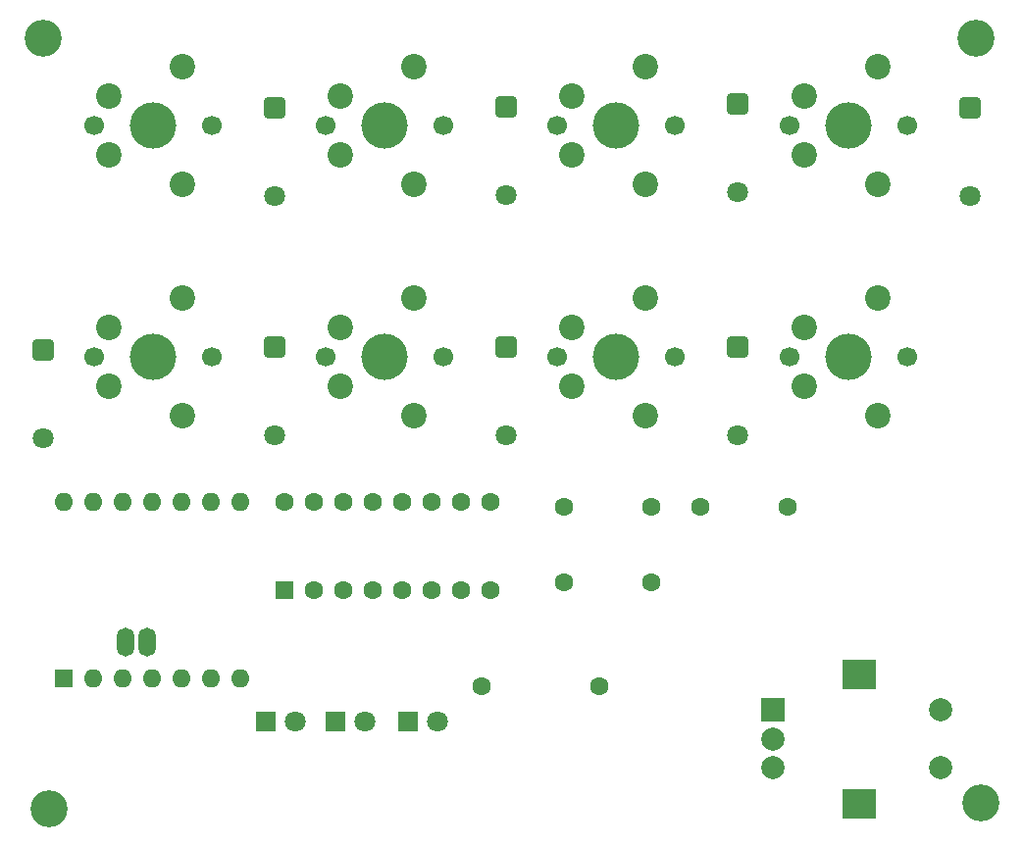
<source format=gbr>
%TF.GenerationSoftware,KiCad,Pcbnew,9.0.7*%
%TF.CreationDate,2026-02-09T02:17:27+09:00*%
%TF.ProjectId,LEFT_Parade,4c454654-5f50-4617-9261-64652e6b6963,rev?*%
%TF.SameCoordinates,Original*%
%TF.FileFunction,Soldermask,Bot*%
%TF.FilePolarity,Negative*%
%FSLAX46Y46*%
G04 Gerber Fmt 4.6, Leading zero omitted, Abs format (unit mm)*
G04 Created by KiCad (PCBNEW 9.0.7) date 2026-02-09 02:17:27*
%MOMM*%
%LPD*%
G01*
G04 APERTURE LIST*
G04 Aperture macros list*
%AMRoundRect*
0 Rectangle with rounded corners*
0 $1 Rounding radius*
0 $2 $3 $4 $5 $6 $7 $8 $9 X,Y pos of 4 corners*
0 Add a 4 corners polygon primitive as box body*
4,1,4,$2,$3,$4,$5,$6,$7,$8,$9,$2,$3,0*
0 Add four circle primitives for the rounded corners*
1,1,$1+$1,$2,$3*
1,1,$1+$1,$4,$5*
1,1,$1+$1,$6,$7*
1,1,$1+$1,$8,$9*
0 Add four rect primitives between the rounded corners*
20,1,$1+$1,$2,$3,$4,$5,0*
20,1,$1+$1,$4,$5,$6,$7,0*
20,1,$1+$1,$6,$7,$8,$9,0*
20,1,$1+$1,$8,$9,$2,$3,0*%
G04 Aperture macros list end*
%ADD10C,3.200000*%
%ADD11RoundRect,0.250000X-0.650000X0.650000X-0.650000X-0.650000X0.650000X-0.650000X0.650000X0.650000X0*%
%ADD12C,1.800000*%
%ADD13C,1.700000*%
%ADD14C,4.000000*%
%ADD15C,2.200000*%
%ADD16C,1.600000*%
%ADD17R,1.600000X1.600000*%
%ADD18O,1.600000X1.600000*%
%ADD19O,1.500000X2.500000*%
%ADD20R,1.800000X1.800000*%
%ADD21RoundRect,0.250000X0.550000X-0.550000X0.550000X0.550000X-0.550000X0.550000X-0.550000X-0.550000X0*%
%ADD22R,2.000000X2.000000*%
%ADD23C,2.000000*%
%ADD24R,3.000000X2.500000*%
G04 APERTURE END LIST*
D10*
%TO.C,*%
X43500000Y-36000000D03*
%TD*%
D11*
%TO.C,D5*%
X43500000Y-62880000D03*
D12*
X43500000Y-70500000D03*
%TD*%
D13*
%TO.C,SW10*%
X107920000Y-43500000D03*
D14*
X113000000Y-43500000D03*
D13*
X118080000Y-43500000D03*
D15*
X115540000Y-48580000D03*
X109190000Y-46040000D03*
%TD*%
D16*
%TO.C,R1*%
X81340000Y-92000000D03*
X91500000Y-92000000D03*
%TD*%
D13*
%TO.C,SW9*%
X107920000Y-63500000D03*
D14*
X113000000Y-63500000D03*
D13*
X118080000Y-63500000D03*
D15*
X115540000Y-58420000D03*
X109190000Y-60960000D03*
%TD*%
D13*
%TO.C,SW11*%
X87920000Y-43500000D03*
D14*
X93000000Y-43500000D03*
D13*
X98080000Y-43500000D03*
D15*
X95540000Y-48580000D03*
X89190000Y-46040000D03*
%TD*%
D17*
%TO.C,U1*%
X45300000Y-91240000D03*
D18*
X47840000Y-91240000D03*
X50380000Y-91240000D03*
X52920000Y-91240000D03*
X55460000Y-91240000D03*
X58000000Y-91240000D03*
X60540000Y-91240000D03*
X60540000Y-76000000D03*
X58000000Y-76000000D03*
X55460000Y-76000000D03*
X52920000Y-76000000D03*
X50380000Y-76000000D03*
X47840000Y-76000000D03*
X45300000Y-76000000D03*
D19*
X52500000Y-88180000D03*
X50600000Y-88169000D03*
%TD*%
D10*
%TO.C,REF\u002A\u002A*%
X124000000Y-36000000D03*
%TD*%
D11*
%TO.C,D3*%
X83500000Y-41880000D03*
D12*
X83500000Y-49500000D03*
%TD*%
D13*
%TO.C,SW17*%
X47920000Y-63500000D03*
D14*
X53000000Y-63500000D03*
D13*
X58080000Y-63500000D03*
D15*
X55540000Y-68580000D03*
X49190000Y-66040000D03*
%TD*%
D16*
%TO.C,C2*%
X100250000Y-76500000D03*
X107750000Y-76500000D03*
%TD*%
D20*
%TO.C,D9*%
X62730000Y-95000000D03*
D12*
X65270000Y-95000000D03*
%TD*%
D10*
%TO.C,*%
X44000000Y-102500000D03*
%TD*%
D13*
%TO.C,SW4*%
X87920000Y-43500000D03*
D14*
X93000000Y-43500000D03*
D13*
X98080000Y-43500000D03*
D15*
X95540000Y-38420000D03*
X89190000Y-40960000D03*
%TD*%
D13*
%TO.C,SW6*%
X47920000Y-63500000D03*
D14*
X53000000Y-63500000D03*
D13*
X58080000Y-63500000D03*
D15*
X55540000Y-58420000D03*
X49190000Y-60960000D03*
%TD*%
D13*
%TO.C,SW14*%
X107920000Y-63500000D03*
D14*
X113000000Y-63500000D03*
D13*
X118080000Y-63500000D03*
D15*
X115540000Y-68580000D03*
X109190000Y-66040000D03*
%TD*%
D21*
%TO.C,U2*%
X64340000Y-83620000D03*
D16*
X66880000Y-83620000D03*
X69420000Y-83620000D03*
X71960000Y-83620000D03*
X74500000Y-83620000D03*
X77040000Y-83620000D03*
X79580000Y-83620000D03*
X82120000Y-83620000D03*
X82120000Y-76000000D03*
X79580000Y-76000000D03*
X77040000Y-76000000D03*
X74500000Y-76000000D03*
X71960000Y-76000000D03*
X69420000Y-76000000D03*
X66880000Y-76000000D03*
X64340000Y-76000000D03*
%TD*%
D13*
%TO.C,SW12*%
X67920000Y-43500000D03*
D14*
X73000000Y-43500000D03*
D13*
X78080000Y-43500000D03*
D15*
X75540000Y-48580000D03*
X69190000Y-46040000D03*
%TD*%
D13*
%TO.C,SW15*%
X87920000Y-63500000D03*
D14*
X93000000Y-63500000D03*
D13*
X98080000Y-63500000D03*
D15*
X95540000Y-68580000D03*
X89190000Y-66040000D03*
%TD*%
D11*
%TO.C,D8*%
X103500000Y-62690000D03*
D12*
X103500000Y-70310000D03*
%TD*%
D20*
%TO.C,D11*%
X75000000Y-95000000D03*
D12*
X77540000Y-95000000D03*
%TD*%
D11*
%TO.C,D4*%
X63500000Y-42000000D03*
D12*
X63500000Y-49620000D03*
%TD*%
D11*
%TO.C,D1*%
X123500000Y-42000000D03*
D12*
X123500000Y-49620000D03*
%TD*%
D13*
%TO.C,SW7*%
X67920000Y-63500000D03*
D14*
X73000000Y-63500000D03*
D13*
X78080000Y-63500000D03*
D15*
X75540000Y-58420000D03*
X69190000Y-60960000D03*
%TD*%
D13*
%TO.C,SW2*%
X47920000Y-43500000D03*
D14*
X53000000Y-43500000D03*
D13*
X58080000Y-43500000D03*
D15*
X55540000Y-38420000D03*
X49190000Y-40960000D03*
%TD*%
D16*
%TO.C,C1*%
X88500000Y-83000000D03*
X96000000Y-83000000D03*
%TD*%
D11*
%TO.C,D7*%
X83500000Y-62690000D03*
D12*
X83500000Y-70310000D03*
%TD*%
D11*
%TO.C,D6*%
X63500000Y-62690000D03*
D12*
X63500000Y-70310000D03*
%TD*%
D11*
%TO.C,D2*%
X103500000Y-41690000D03*
D12*
X103500000Y-49310000D03*
%TD*%
D13*
%TO.C,SW3*%
X67920000Y-43500000D03*
D14*
X73000000Y-43500000D03*
D13*
X78080000Y-43500000D03*
D15*
X75540000Y-38420000D03*
X69190000Y-40960000D03*
%TD*%
D20*
%TO.C,D10*%
X68730000Y-95000000D03*
D12*
X71270000Y-95000000D03*
%TD*%
D22*
%TO.C,SW1*%
X106500000Y-94000000D03*
D23*
X106500000Y-99000000D03*
X106500000Y-96500000D03*
D24*
X114000000Y-90900000D03*
X114000000Y-102100000D03*
D23*
X121000000Y-94000000D03*
X121000000Y-99000000D03*
%TD*%
D10*
%TO.C,*%
X124500000Y-102000000D03*
%TD*%
D13*
%TO.C,SW16*%
X67920000Y-63500000D03*
D14*
X73000000Y-63500000D03*
D13*
X78080000Y-63500000D03*
D15*
X75540000Y-68580000D03*
X69190000Y-66040000D03*
%TD*%
D13*
%TO.C,SW13*%
X47920000Y-43500000D03*
D14*
X53000000Y-43500000D03*
D13*
X58080000Y-43500000D03*
D15*
X55540000Y-48580000D03*
X49190000Y-46040000D03*
%TD*%
D13*
%TO.C,SW8*%
X87920000Y-63500000D03*
D14*
X93000000Y-63500000D03*
D13*
X98080000Y-63500000D03*
D15*
X95540000Y-58420000D03*
X89190000Y-60960000D03*
%TD*%
D16*
%TO.C,C3*%
X88500000Y-76500000D03*
X96000000Y-76500000D03*
%TD*%
D13*
%TO.C,SW5*%
X107920000Y-43500000D03*
D14*
X113000000Y-43500000D03*
D13*
X118080000Y-43500000D03*
D15*
X115540000Y-38420000D03*
X109190000Y-40960000D03*
%TD*%
M02*

</source>
